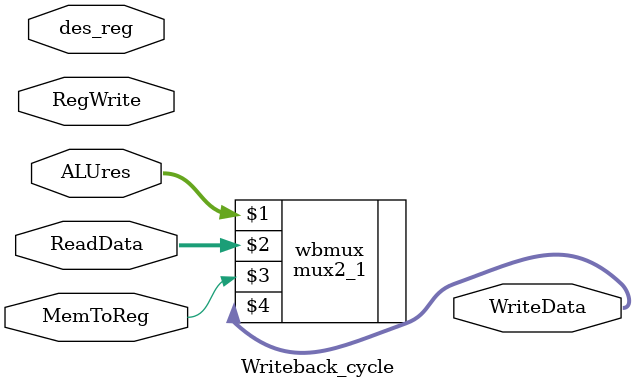
<source format=v>
`timescale 1ns / 1ps


module Writeback_cycle(RegWrite,WriteData,MemToReg,ReadData,ALUres,des_reg);
input RegWrite,MemToReg;
input [31:0] ReadData,ALUres;
input [4:0] des_reg;
output [31:0] WriteData;

mux2_1 wbmux(ALUres,ReadData,MemToReg,WriteData);
endmodule

</source>
